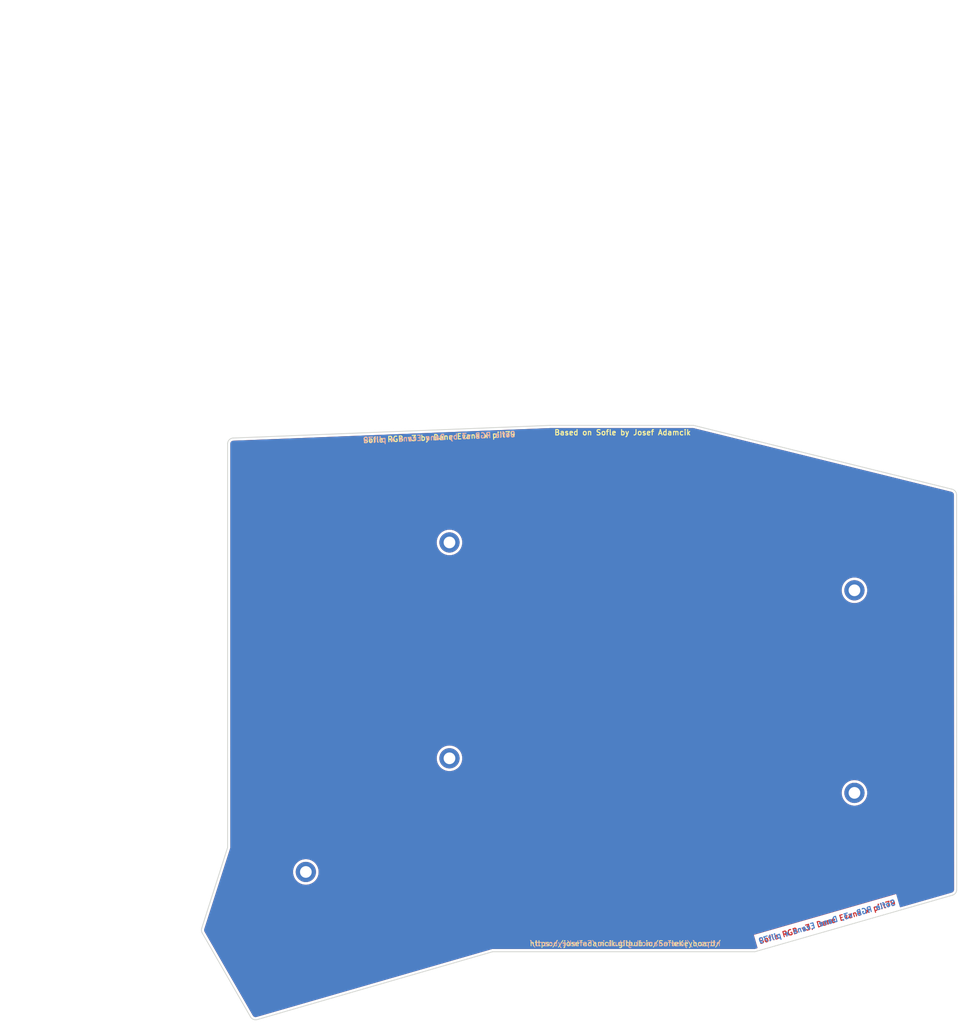
<source format=kicad_pcb>
(kicad_pcb (version 20211014) (generator pcbnew)
  (layers (0 "F.Cu" signal) (31 "B.Cu" signal) (34 "B.Paste" user) (35 "F.Paste" user) (36 "B.SilkS" user "B.Silkscreen") (37 "F.SilkS" user "F.Silkscreen") (38 "B.Mask" user) (39 "F.Mask" user) (44 "Edge.Cuts" user))
  (net 0 "")
  (footprint "MountingHole:MountingHole_2.2mm_M2_DIN965_Pad" (layer "F.Cu") (at 130.025 57.025)
    (fp_text reference "TH3" hide)
    (fp_text value "HOLE" hide)
    (pad "1" thru_hole circle (at 0 0) (size 3.8 3.8) (drill 2.2) (layers *.Cu *.Mask))
  )
  (footprint "MountingHole:MountingHole_2.2mm_M2_DIN965_Pad" (layer "F.Cu") (at 206.225 66.025)
    (fp_text reference "TH4" hide)
    (fp_text value "HOLE" hide)
    (pad "1" thru_hole circle (at 0 0) (size 3.8 3.8) (drill 2.2) (layers *.Cu *.Mask))
  )
  (footprint "MountingHole:MountingHole_2.2mm_M2_DIN965_Pad" (layer "F.Cu") (at 130.025 97.625)
    (fp_text reference "TH5" hide)
    (fp_text value "HOLE" hide)
    (pad "1" thru_hole circle (at 0 0) (size 3.8 3.8) (drill 2.2) (layers *.Cu *.Mask))
  )
  (footprint "MountingHole:MountingHole_2.2mm_M2_DIN965_Pad" (layer "F.Cu") (at 206.225 104.125)
    (fp_text reference "TH6" hide)
    (fp_text value "HOLE" hide)
    (pad "1" thru_hole circle (at 0 0) (size 3.8 3.8) (drill 2.2) (layers *.Cu *.Mask))
  )
  (footprint "MountingHole:MountingHole_2.2mm_M2_DIN965_Pad" (layer "F.Cu") (at 103 119)
    (fp_text reference "TH7" hide)
    (fp_text value "HOLE" hide)
    (pad "1" thru_hole circle (at 0 0) (size 3.8 3.8) (drill 2.2) (layers *.Cu *.Mask))
  )
  (footprint "dane:gecko-logo" (layer "F.Cu") (at 190.7 126.55)
    (fp_text reference "G***" hide)
    (fp_text value "LOGO" hide)
  )
  (footprint "dane:gecko-logo" (layer "B.Cu") (at 191.5 126.55 180)
    (fp_text reference "G***" hide)
    (fp_text value "LOGO" hide)
  )
  (gr_line (start 175.95 35) (end 224.606867 47.013974) (layer "Edge.Cuts") (width 0.15))
  (gr_line (start 225.443181 48.081902) (end 225.470181 122.31) (layer "Edge.Cuts") (width 0.15))
  (gr_line (start 138.154128 134) (end 187.5 134) (layer "Edge.Cuts") (width 0.15))
  (gr_line (start 224.676377 123.366472) (end 187.5 134) (layer "Edge.Cuts") (width 0.15))
  (gr_line (start 88.275257 114.4) (end 88.2741 38.478332) (layer "Edge.Cuts") (width 0.15))
  (gr_line (start 149 35) (end 175.95 35) (layer "Edge.Cuts") (width 0.15))
  (gr_line (start 138.154128 134) (end 93.846154 146.766568) (layer "Edge.Cuts") (width 0.15))
  (gr_line (start 92.588555 146.25984) (end 83.4954 130.473612) (layer "Edge.Cuts") (width 0.15))
  (gr_arc (start 225.470181 122.31) (mid 225.249512 122.970652) (end 224.676377 123.366472) (layer "Edge.Cuts") (width 0.15))
  (gr_line (start 83.398296 129.61886) (end 88.275257 114.4) (layer "Edge.Cuts") (width 0.15))
  (gr_arc (start 224.606867 47.013974) (mid 225.209222 47.403689) (end 225.443181 48.081902) (layer "Edge.Cuts") (width 0.15))
  (gr_arc (start 88.2741 38.478332) (mid 88.577979 37.718359) (end 89.322726 37.378867) (layer "Edge.Cuts") (width 0.15))
  (gr_line (start 149 35) (end 89.322726 37.378867) (layer "Edge.Cuts") (width 0.15))
  (gr_arc (start 93.846154 146.766568) (mid 93.129991 146.730024) (end 92.588555 146.25984) (layer "Edge.Cuts") (width 0.15))
  (gr_arc (start 83.495401 130.473612) (mid 83.361256 130.05596) (end 83.398296 129.61886) (layer "Edge.Cuts") (width 0.15))
  (gr_text "Sofle RGB v3, Dane Evans x piit79" (at 201.1 128.4 16) (layer "F.Cu") (effects (font (size 1 1) (thickness 0.2))))
  (gr_text "Sofle RGB v3, Dane Evans x piit79" (at 201.07 128.37 16) (layer "B.Cu") (effects (font (size 1 1) (thickness 0.2)) (justify mirror)))
  (gr_text "Sofle RGB v3 by Dane Evans x piit79" (at 128.1 37.25 2.3) (layer "B.SilkS") (effects (font (size 1 1) (thickness 0.2)) (justify mirror)))
  (gr_text "https://josefadamcik.github.io/SofleKeyboard/" (at 163.1 132.45) (layer "B.SilkS") (effects (font (size 1 1)) (justify mirror)))
  (gr_text "https://josefadamcik.github.io/SofleKeyboard/" (at 163.1 132.45) (layer "F.SilkS") (effects (font (size 1 1))))
  (gr_text "Sofle RGB v3 by Dane Evans x piit79" (at 128.1 37.25 2.3) (layer "F.SilkS") (effects (font (size 1 1) (thickness 0.2))))
  (gr_text "Based on Sofle by Josef Adamcik" (at 162.6 36.35) (layer "F.SilkS") (effects (font (size 1 1) (thickness 0.2))))
  (zone (net 0) (net_name "") (layers F&B.Cu) (connect_pads (clearance 0.508)) (min_thickness 0.254) (fill yes (thermal_gap 0.508) (thermal_bridge_width 0.508) (smoothing chamfer))
    (polygon (pts (xy 82.99 130.02) (xy 92.9 147.65) (xy 138 134.95) (xy 157.25 135.05) (xy 187.45 134.85) (xy 225.9 123.73) (xy 225.91 46.61) (xy 175.96 33.95) (xy 88.13 36.36) (xy 87.8 115)))
  )
)
</source>
